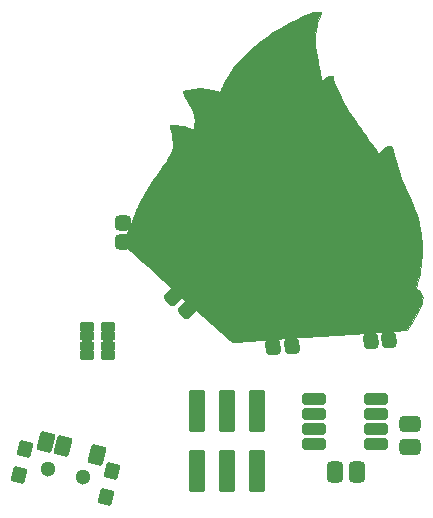
<source format=gbr>
G04 #@! TF.GenerationSoftware,KiCad,Pcbnew,(5.99.0-9526-g5c17ff0595)*
G04 #@! TF.CreationDate,2021-07-11T20:16:45-05:00*
G04 #@! TF.ProjectId,dumpsterFire,64756d70-7374-4657-9246-6972652e6b69,rev?*
G04 #@! TF.SameCoordinates,Original*
G04 #@! TF.FileFunction,Soldermask,Bot*
G04 #@! TF.FilePolarity,Negative*
%FSLAX46Y46*%
G04 Gerber Fmt 4.6, Leading zero omitted, Abs format (unit mm)*
G04 Created by KiCad (PCBNEW (5.99.0-9526-g5c17ff0595)) date 2021-07-11 20:16:45*
%MOMM*%
%LPD*%
G01*
G04 APERTURE LIST*
G04 Aperture macros list*
%AMRoundRect*
0 Rectangle with rounded corners*
0 $1 Rounding radius*
0 $2 $3 $4 $5 $6 $7 $8 $9 X,Y pos of 4 corners*
0 Add a 4 corners polygon primitive as box body*
4,1,4,$2,$3,$4,$5,$6,$7,$8,$9,$2,$3,0*
0 Add four circle primitives for the rounded corners*
1,1,$1+$1,$2,$3*
1,1,$1+$1,$4,$5*
1,1,$1+$1,$6,$7*
1,1,$1+$1,$8,$9*
0 Add four rect primitives between the rounded corners*
20,1,$1+$1,$2,$3,$4,$5,0*
20,1,$1+$1,$4,$5,$6,$7,0*
20,1,$1+$1,$6,$7,$8,$9,0*
20,1,$1+$1,$8,$9,$2,$3,0*%
G04 Aperture macros list end*
%ADD10C,0.010000*%
%ADD11RoundRect,0.318750X-0.356250X0.318750X-0.356250X-0.318750X0.356250X-0.318750X0.356250X0.318750X0*%
%ADD12RoundRect,0.318750X0.477297X0.026517X0.026517X0.477297X-0.477297X-0.026517X-0.026517X-0.477297X0*%
%ADD13RoundRect,0.318750X0.299668X0.372444X-0.336958X0.339080X-0.299668X-0.372444X0.336958X-0.339080X0*%
%ADD14RoundRect,0.318750X0.306123X0.367157X-0.330989X0.344909X-0.306123X-0.367157X0.330989X-0.344909X0*%
%ADD15RoundRect,0.200000X-0.500000X1.575000X-0.500000X-1.575000X0.500000X-1.575000X0.500000X1.575000X0*%
%ADD16RoundRect,0.200000X0.400000X0.250000X-0.400000X0.250000X-0.400000X-0.250000X0.400000X-0.250000X0*%
%ADD17RoundRect,0.200000X0.400000X0.200000X-0.400000X0.200000X-0.400000X-0.200000X0.400000X-0.200000X0*%
%ADD18RoundRect,0.200000X-0.496983X-0.339864X0.279253X-0.533402X0.496983X0.339864X-0.279253X0.533402X0*%
%ADD19RoundRect,0.200000X-0.587834X-0.497570X0.285432X-0.715300X0.587834X0.497570X-0.285432X0.715300X0*%
%ADD20C,1.300000*%
%ADD21RoundRect,0.343750X-0.343750X-0.556250X0.343750X-0.556250X0.343750X0.556250X-0.343750X0.556250X0*%
%ADD22RoundRect,0.343750X0.556250X-0.343750X0.556250X0.343750X-0.556250X0.343750X-0.556250X-0.343750X0*%
%ADD23RoundRect,0.250000X-0.775000X-0.250000X0.775000X-0.250000X0.775000X0.250000X-0.775000X0.250000X0*%
G04 APERTURE END LIST*
D10*
X154856301Y-78069626D02*
X154956061Y-78087141D01*
X154956061Y-78087141D02*
X154995151Y-78134003D01*
X154995151Y-78134003D02*
X154981611Y-78224670D01*
X154981611Y-78224670D02*
X154923479Y-78373600D01*
X154923479Y-78373600D02*
X154895119Y-78439767D01*
X154895119Y-78439767D02*
X154678004Y-79041483D01*
X154678004Y-79041483D02*
X154533116Y-79663142D01*
X154533116Y-79663142D02*
X154492883Y-79946616D01*
X154492883Y-79946616D02*
X154472696Y-80190095D01*
X154472696Y-80190095D02*
X154467359Y-80443729D01*
X154467359Y-80443729D02*
X154477989Y-80718532D01*
X154477989Y-80718532D02*
X154505705Y-81025514D01*
X154505705Y-81025514D02*
X154551624Y-81375688D01*
X154551624Y-81375688D02*
X154616865Y-81780067D01*
X154616865Y-81780067D02*
X154702546Y-82249661D01*
X154702546Y-82249661D02*
X154753330Y-82512000D01*
X154753330Y-82512000D02*
X154812324Y-82812477D01*
X154812324Y-82812477D02*
X154867380Y-83093489D01*
X154867380Y-83093489D02*
X154915923Y-83341852D01*
X154915923Y-83341852D02*
X154955379Y-83544380D01*
X154955379Y-83544380D02*
X154983175Y-83687890D01*
X154983175Y-83687890D02*
X154995499Y-83752481D01*
X154995499Y-83752481D02*
X155025500Y-83913462D01*
X155025500Y-83913462D02*
X155173667Y-83800797D01*
X155173667Y-83800797D02*
X155342577Y-83687275D01*
X155342577Y-83687275D02*
X155516837Y-83595160D01*
X155516837Y-83595160D02*
X155681854Y-83529013D01*
X155681854Y-83529013D02*
X155823040Y-83493391D01*
X155823040Y-83493391D02*
X155925801Y-83492853D01*
X155925801Y-83492853D02*
X155975549Y-83531957D01*
X155975549Y-83531957D02*
X155978000Y-83549491D01*
X155978000Y-83549491D02*
X155995263Y-83640263D01*
X155995263Y-83640263D02*
X156043404Y-83794028D01*
X156043404Y-83794028D02*
X156116956Y-83997310D01*
X156116956Y-83997310D02*
X156210450Y-84236634D01*
X156210450Y-84236634D02*
X156318416Y-84498526D01*
X156318416Y-84498526D02*
X156435385Y-84769511D01*
X156435385Y-84769511D02*
X156555889Y-85036113D01*
X156555889Y-85036113D02*
X156674459Y-85284857D01*
X156674459Y-85284857D02*
X156716660Y-85369500D01*
X156716660Y-85369500D02*
X156874563Y-85674224D01*
X156874563Y-85674224D02*
X157035392Y-85967733D01*
X157035392Y-85967733D02*
X157206089Y-86260949D01*
X157206089Y-86260949D02*
X157393596Y-86564795D01*
X157393596Y-86564795D02*
X157604855Y-86890191D01*
X157604855Y-86890191D02*
X157846808Y-87248060D01*
X157846808Y-87248060D02*
X158126397Y-87649322D01*
X158126397Y-87649322D02*
X158450566Y-88104900D01*
X158450566Y-88104900D02*
X158492620Y-88163500D01*
X158492620Y-88163500D02*
X158697902Y-88449572D01*
X158697902Y-88449572D02*
X158901525Y-88733793D01*
X158901525Y-88733793D02*
X159094259Y-89003245D01*
X159094259Y-89003245D02*
X159266876Y-89245010D01*
X159266876Y-89245010D02*
X159410143Y-89446172D01*
X159410143Y-89446172D02*
X159514831Y-89593812D01*
X159514831Y-89593812D02*
X159528661Y-89613417D01*
X159528661Y-89613417D02*
X159640403Y-89769195D01*
X159640403Y-89769195D02*
X159734824Y-89895591D01*
X159734824Y-89895591D02*
X159801284Y-89978701D01*
X159801284Y-89978701D02*
X159828357Y-90005000D01*
X159828357Y-90005000D02*
X159868978Y-89979041D01*
X159868978Y-89979041D02*
X159956534Y-89909879D01*
X159956534Y-89909879D02*
X160074700Y-89810591D01*
X160074700Y-89810591D02*
X160119963Y-89771409D01*
X160119963Y-89771409D02*
X160315973Y-89608702D01*
X160315973Y-89608702D02*
X160473454Y-89499792D01*
X160473454Y-89499792D02*
X160609898Y-89434994D01*
X160609898Y-89434994D02*
X160742801Y-89404626D01*
X160742801Y-89404626D02*
X160790117Y-89400433D01*
X160790117Y-89400433D02*
X160894664Y-89401617D01*
X160894664Y-89401617D02*
X160947257Y-89437509D01*
X160947257Y-89437509D02*
X160979813Y-89531229D01*
X160979813Y-89531229D02*
X160981861Y-89539334D01*
X160981861Y-89539334D02*
X161225242Y-90452466D01*
X161225242Y-90452466D02*
X161482907Y-91303103D01*
X161482907Y-91303103D02*
X161762625Y-92113168D01*
X161762625Y-92113168D02*
X162072169Y-92904580D01*
X162072169Y-92904580D02*
X162419310Y-93699262D01*
X162419310Y-93699262D02*
X162574110Y-94030697D01*
X162574110Y-94030697D02*
X162860511Y-94675523D01*
X162860511Y-94675523D02*
X163088767Y-95287530D01*
X163088767Y-95287530D02*
X163265612Y-95888295D01*
X163265612Y-95888295D02*
X163397783Y-96499394D01*
X163397783Y-96499394D02*
X163454140Y-96849569D01*
X163454140Y-96849569D02*
X163487302Y-97154666D01*
X163487302Y-97154666D02*
X163510255Y-97519270D01*
X163510255Y-97519270D02*
X163522792Y-97918818D01*
X163522792Y-97918818D02*
X163524703Y-98328742D01*
X163524703Y-98328742D02*
X163515780Y-98724477D01*
X163515780Y-98724477D02*
X163495814Y-99081457D01*
X163495814Y-99081457D02*
X163474911Y-99297167D01*
X163474911Y-99297167D02*
X163440218Y-99545070D01*
X163440218Y-99545070D02*
X163391563Y-99838402D01*
X163391563Y-99838402D02*
X163333282Y-100155354D01*
X163333282Y-100155354D02*
X163269712Y-100474119D01*
X163269712Y-100474119D02*
X163205191Y-100772887D01*
X163205191Y-100772887D02*
X163144055Y-101029853D01*
X163144055Y-101029853D02*
X163094141Y-101211862D01*
X163094141Y-101211862D02*
X163013633Y-101475557D01*
X163013633Y-101475557D02*
X163156038Y-101563569D01*
X163156038Y-101563569D02*
X163347991Y-101719799D01*
X163347991Y-101719799D02*
X163493434Y-101913715D01*
X163493434Y-101913715D02*
X163576680Y-102122478D01*
X163576680Y-102122478D02*
X163587999Y-102192477D01*
X163587999Y-102192477D02*
X163578725Y-102439028D01*
X163578725Y-102439028D02*
X163510590Y-102738151D01*
X163510590Y-102738151D02*
X163386065Y-103084044D01*
X163386065Y-103084044D02*
X163207617Y-103470909D01*
X163207617Y-103470909D02*
X162977715Y-103892945D01*
X162977715Y-103892945D02*
X162698830Y-104344352D01*
X162698830Y-104344352D02*
X162623085Y-104459107D01*
X162623085Y-104459107D02*
X162239380Y-105033334D01*
X162239380Y-105033334D02*
X162013523Y-105033334D01*
X162013523Y-105033334D02*
X161954747Y-105036217D01*
X161954747Y-105036217D02*
X161816898Y-105044620D01*
X161816898Y-105044620D02*
X161605361Y-105058171D01*
X161605361Y-105058171D02*
X161325526Y-105076501D01*
X161325526Y-105076501D02*
X160982778Y-105099238D01*
X160982778Y-105099238D02*
X160582505Y-105126012D01*
X160582505Y-105126012D02*
X160130096Y-105156452D01*
X160130096Y-105156452D02*
X159630936Y-105190188D01*
X159630936Y-105190188D02*
X159090414Y-105226847D01*
X159090414Y-105226847D02*
X158513916Y-105266061D01*
X158513916Y-105266061D02*
X157906831Y-105307458D01*
X157906831Y-105307458D02*
X157274545Y-105350668D01*
X157274545Y-105350668D02*
X156622446Y-105395319D01*
X156622446Y-105395319D02*
X155955921Y-105441042D01*
X155955921Y-105441042D02*
X155280359Y-105487465D01*
X155280359Y-105487465D02*
X154601145Y-105534217D01*
X154601145Y-105534217D02*
X153923667Y-105580929D01*
X153923667Y-105580929D02*
X153253313Y-105627229D01*
X153253313Y-105627229D02*
X152595471Y-105672747D01*
X152595471Y-105672747D02*
X151955527Y-105717111D01*
X151955527Y-105717111D02*
X151338869Y-105759952D01*
X151338869Y-105759952D02*
X150750884Y-105800898D01*
X150750884Y-105800898D02*
X150196959Y-105839579D01*
X150196959Y-105839579D02*
X149682483Y-105875624D01*
X149682483Y-105875624D02*
X149212842Y-105908663D01*
X149212842Y-105908663D02*
X148793424Y-105938324D01*
X148793424Y-105938324D02*
X148429616Y-105964237D01*
X148429616Y-105964237D02*
X148126805Y-105986032D01*
X148126805Y-105986032D02*
X147890379Y-106003337D01*
X147890379Y-106003337D02*
X147725726Y-106015782D01*
X147725726Y-106015782D02*
X147665275Y-106020624D01*
X147665275Y-106020624D02*
X147459382Y-106037829D01*
X147459382Y-106037829D02*
X142849858Y-101914626D01*
X142849858Y-101914626D02*
X142315544Y-101436332D01*
X142315544Y-101436332D02*
X141798773Y-100973052D01*
X141798773Y-100973052D02*
X141303046Y-100527957D01*
X141303046Y-100527957D02*
X140831864Y-100104219D01*
X140831864Y-100104219D02*
X140388729Y-99705011D01*
X140388729Y-99705011D02*
X139977143Y-99333503D01*
X139977143Y-99333503D02*
X139600606Y-98992868D01*
X139600606Y-98992868D02*
X139262621Y-98686278D01*
X139262621Y-98686278D02*
X138966688Y-98416904D01*
X138966688Y-98416904D02*
X138716310Y-98187919D01*
X138716310Y-98187919D02*
X138514988Y-98002494D01*
X138514988Y-98002494D02*
X138366223Y-97863801D01*
X138366223Y-97863801D02*
X138273517Y-97775012D01*
X138273517Y-97775012D02*
X138240372Y-97739299D01*
X138240372Y-97739299D02*
X138240334Y-97739051D01*
X138240334Y-97739051D02*
X138255974Y-97678131D01*
X138255974Y-97678131D02*
X138300326Y-97548662D01*
X138300326Y-97548662D02*
X138369532Y-97360250D01*
X138369532Y-97360250D02*
X138459734Y-97122499D01*
X138459734Y-97122499D02*
X138567076Y-96845013D01*
X138567076Y-96845013D02*
X138687700Y-96537396D01*
X138687700Y-96537396D02*
X138817751Y-96209252D01*
X138817751Y-96209252D02*
X138953371Y-95870187D01*
X138953371Y-95870187D02*
X139090703Y-95529804D01*
X139090703Y-95529804D02*
X139225889Y-95197707D01*
X139225889Y-95197707D02*
X139355074Y-94883502D01*
X139355074Y-94883502D02*
X139474400Y-94596792D01*
X139474400Y-94596792D02*
X139580010Y-94347182D01*
X139580010Y-94347182D02*
X139668048Y-94144275D01*
X139668048Y-94144275D02*
X139734655Y-93997678D01*
X139734655Y-93997678D02*
X139773670Y-93920834D01*
X139773670Y-93920834D02*
X139905775Y-93701579D01*
X139905775Y-93701579D02*
X140070447Y-93438297D01*
X140070447Y-93438297D02*
X140270429Y-93126795D01*
X140270429Y-93126795D02*
X140508463Y-92762880D01*
X140508463Y-92762880D02*
X140787292Y-92342357D01*
X140787292Y-92342357D02*
X141109658Y-91861035D01*
X141109658Y-91861035D02*
X141468374Y-91329389D01*
X141468374Y-91329389D02*
X141711027Y-90970041D01*
X141711027Y-90970041D02*
X141910161Y-90670996D01*
X141910161Y-90670996D02*
X142069865Y-90422541D01*
X142069865Y-90422541D02*
X142194224Y-90214964D01*
X142194224Y-90214964D02*
X142287325Y-90038551D01*
X142287325Y-90038551D02*
X142353256Y-89883589D01*
X142353256Y-89883589D02*
X142396103Y-89740367D01*
X142396103Y-89740367D02*
X142419953Y-89599171D01*
X142419953Y-89599171D02*
X142428894Y-89450288D01*
X142428894Y-89450288D02*
X142427011Y-89284006D01*
X142427011Y-89284006D02*
X142418393Y-89090612D01*
X142418393Y-89090612D02*
X142417534Y-89073667D01*
X142417534Y-89073667D02*
X142389924Y-88753061D01*
X142389924Y-88753061D02*
X142341798Y-88411494D01*
X142341798Y-88411494D02*
X142285075Y-88121939D01*
X142285075Y-88121939D02*
X142242162Y-87935827D01*
X142242162Y-87935827D02*
X142207359Y-87783092D01*
X142207359Y-87783092D02*
X142184508Y-87680709D01*
X142184508Y-87680709D02*
X142177334Y-87645689D01*
X142177334Y-87645689D02*
X142215766Y-87639641D01*
X142215766Y-87639641D02*
X142315467Y-87635522D01*
X142315467Y-87635522D02*
X142425788Y-87634334D01*
X142425788Y-87634334D02*
X142703594Y-87651208D01*
X142703594Y-87651208D02*
X143029196Y-87698220D01*
X143029196Y-87698220D02*
X143373553Y-87769955D01*
X143373553Y-87769955D02*
X143707620Y-87860997D01*
X143707620Y-87860997D02*
X143798807Y-87890363D01*
X143798807Y-87890363D02*
X143962808Y-87944806D01*
X143962808Y-87944806D02*
X144093509Y-87987246D01*
X144093509Y-87987246D02*
X144172351Y-88011705D01*
X144172351Y-88011705D02*
X144186751Y-88015334D01*
X144186751Y-88015334D02*
X144200461Y-87976979D01*
X144200461Y-87976979D02*
X144222839Y-87875763D01*
X144222839Y-87875763D02*
X144249362Y-87732455D01*
X144249362Y-87732455D02*
X144252924Y-87711546D01*
X144252924Y-87711546D02*
X144284059Y-87313291D01*
X144284059Y-87313291D02*
X144241630Y-86911235D01*
X144241630Y-86911235D02*
X144123881Y-86496905D01*
X144123881Y-86496905D02*
X143929052Y-86061832D01*
X143929052Y-86061832D02*
X143898616Y-86004500D01*
X143898616Y-86004500D02*
X143729174Y-85690232D01*
X143729174Y-85690232D02*
X143595720Y-85441702D01*
X143595720Y-85441702D02*
X143493774Y-85250277D01*
X143493774Y-85250277D02*
X143418855Y-85107327D01*
X143418855Y-85107327D02*
X143366482Y-85004218D01*
X143366482Y-85004218D02*
X143332177Y-84932320D01*
X143332177Y-84932320D02*
X143311458Y-84883001D01*
X143311458Y-84883001D02*
X143301898Y-84854823D01*
X143301898Y-84854823D02*
X143295198Y-84810541D01*
X143295198Y-84810541D02*
X143315601Y-84777006D01*
X143315601Y-84777006D02*
X143377453Y-84746896D01*
X143377453Y-84746896D02*
X143495102Y-84712892D01*
X143495102Y-84712892D02*
X143656676Y-84673819D01*
X143656676Y-84673819D02*
X144197720Y-84579496D01*
X144197720Y-84579496D02*
X144736748Y-84553766D01*
X144736748Y-84553766D02*
X145289195Y-84597081D01*
X145289195Y-84597081D02*
X145870494Y-84709896D01*
X145870494Y-84709896D02*
X145998726Y-84742739D01*
X145998726Y-84742739D02*
X146172949Y-84787254D01*
X146172949Y-84787254D02*
X146313552Y-84819660D01*
X146313552Y-84819660D02*
X146402683Y-84836048D01*
X146402683Y-84836048D02*
X146424819Y-84835997D01*
X146424819Y-84835997D02*
X146446424Y-84791984D01*
X146446424Y-84791984D02*
X146492834Y-84689770D01*
X146492834Y-84689770D02*
X146555237Y-84548859D01*
X146555237Y-84548859D02*
X146575885Y-84501667D01*
X146575885Y-84501667D02*
X146843386Y-83958104D01*
X146843386Y-83958104D02*
X147175302Y-83398554D01*
X147175302Y-83398554D02*
X147558719Y-82841505D01*
X147558719Y-82841505D02*
X147980722Y-82305447D01*
X147980722Y-82305447D02*
X148428398Y-81808867D01*
X148428398Y-81808867D02*
X148526000Y-81709797D01*
X148526000Y-81709797D02*
X148951432Y-81304467D01*
X148951432Y-81304467D02*
X149397763Y-80919028D01*
X149397763Y-80919028D02*
X149874727Y-80546670D01*
X149874727Y-80546670D02*
X150392059Y-80180578D01*
X150392059Y-80180578D02*
X150959494Y-79813941D01*
X150959494Y-79813941D02*
X151586767Y-79439947D01*
X151586767Y-79439947D02*
X152283612Y-79051783D01*
X152283612Y-79051783D02*
X152458794Y-78957625D01*
X152458794Y-78957625D02*
X152907917Y-78721333D01*
X152907917Y-78721333D02*
X153293255Y-78527026D01*
X153293255Y-78527026D02*
X153622665Y-78371567D01*
X153622665Y-78371567D02*
X153904003Y-78251817D01*
X153904003Y-78251817D02*
X154145123Y-78164636D01*
X154145123Y-78164636D02*
X154353882Y-78106886D01*
X154353882Y-78106886D02*
X154538135Y-78075428D01*
X154538135Y-78075428D02*
X154687830Y-78067000D01*
X154687830Y-78067000D02*
X154856301Y-78069626D01*
X154856301Y-78069626D02*
X154856301Y-78069626D01*
G36*
X154856301Y-78069626D02*
G01*
X154956061Y-78087141D01*
X154995151Y-78134003D01*
X154981611Y-78224670D01*
X154923479Y-78373600D01*
X154895119Y-78439767D01*
X154678004Y-79041483D01*
X154533116Y-79663142D01*
X154492883Y-79946616D01*
X154472696Y-80190095D01*
X154467359Y-80443729D01*
X154477989Y-80718532D01*
X154505705Y-81025514D01*
X154551624Y-81375688D01*
X154616865Y-81780067D01*
X154702546Y-82249661D01*
X154753330Y-82512000D01*
X154812324Y-82812477D01*
X154867380Y-83093489D01*
X154915923Y-83341852D01*
X154955379Y-83544380D01*
X154983175Y-83687890D01*
X154995499Y-83752481D01*
X155025500Y-83913462D01*
X155173667Y-83800797D01*
X155342577Y-83687275D01*
X155516837Y-83595160D01*
X155681854Y-83529013D01*
X155823040Y-83493391D01*
X155925801Y-83492853D01*
X155975549Y-83531957D01*
X155978000Y-83549491D01*
X155995263Y-83640263D01*
X156043404Y-83794028D01*
X156116956Y-83997310D01*
X156210450Y-84236634D01*
X156318416Y-84498526D01*
X156435385Y-84769511D01*
X156555889Y-85036113D01*
X156674459Y-85284857D01*
X156716660Y-85369500D01*
X156874563Y-85674224D01*
X157035392Y-85967733D01*
X157206089Y-86260949D01*
X157393596Y-86564795D01*
X157604855Y-86890191D01*
X157846808Y-87248060D01*
X158126397Y-87649322D01*
X158450566Y-88104900D01*
X158492620Y-88163500D01*
X158697902Y-88449572D01*
X158901525Y-88733793D01*
X159094259Y-89003245D01*
X159266876Y-89245010D01*
X159410143Y-89446172D01*
X159514831Y-89593812D01*
X159528661Y-89613417D01*
X159640403Y-89769195D01*
X159734824Y-89895591D01*
X159801284Y-89978701D01*
X159828357Y-90005000D01*
X159868978Y-89979041D01*
X159956534Y-89909879D01*
X160074700Y-89810591D01*
X160119963Y-89771409D01*
X160315973Y-89608702D01*
X160473454Y-89499792D01*
X160609898Y-89434994D01*
X160742801Y-89404626D01*
X160790117Y-89400433D01*
X160894664Y-89401617D01*
X160947257Y-89437509D01*
X160979813Y-89531229D01*
X160981861Y-89539334D01*
X161225242Y-90452466D01*
X161482907Y-91303103D01*
X161762625Y-92113168D01*
X162072169Y-92904580D01*
X162419310Y-93699262D01*
X162574110Y-94030697D01*
X162860511Y-94675523D01*
X163088767Y-95287530D01*
X163265612Y-95888295D01*
X163397783Y-96499394D01*
X163454140Y-96849569D01*
X163487302Y-97154666D01*
X163510255Y-97519270D01*
X163522792Y-97918818D01*
X163524703Y-98328742D01*
X163515780Y-98724477D01*
X163495814Y-99081457D01*
X163474911Y-99297167D01*
X163440218Y-99545070D01*
X163391563Y-99838402D01*
X163333282Y-100155354D01*
X163269712Y-100474119D01*
X163205191Y-100772887D01*
X163144055Y-101029853D01*
X163094141Y-101211862D01*
X163013633Y-101475557D01*
X163156038Y-101563569D01*
X163347991Y-101719799D01*
X163493434Y-101913715D01*
X163576680Y-102122478D01*
X163587999Y-102192477D01*
X163578725Y-102439028D01*
X163510590Y-102738151D01*
X163386065Y-103084044D01*
X163207617Y-103470909D01*
X162977715Y-103892945D01*
X162698830Y-104344352D01*
X162623085Y-104459107D01*
X162239380Y-105033334D01*
X162013523Y-105033334D01*
X161954747Y-105036217D01*
X161816898Y-105044620D01*
X161605361Y-105058171D01*
X161325526Y-105076501D01*
X160982778Y-105099238D01*
X160582505Y-105126012D01*
X160130096Y-105156452D01*
X159630936Y-105190188D01*
X159090414Y-105226847D01*
X158513916Y-105266061D01*
X157906831Y-105307458D01*
X157274545Y-105350668D01*
X156622446Y-105395319D01*
X155955921Y-105441042D01*
X155280359Y-105487465D01*
X154601145Y-105534217D01*
X153923667Y-105580929D01*
X153253313Y-105627229D01*
X152595471Y-105672747D01*
X151955527Y-105717111D01*
X151338869Y-105759952D01*
X150750884Y-105800898D01*
X150196959Y-105839579D01*
X149682483Y-105875624D01*
X149212842Y-105908663D01*
X148793424Y-105938324D01*
X148429616Y-105964237D01*
X148126805Y-105986032D01*
X147890379Y-106003337D01*
X147725726Y-106015782D01*
X147665275Y-106020624D01*
X147459382Y-106037829D01*
X142849858Y-101914626D01*
X142315544Y-101436332D01*
X141798773Y-100973052D01*
X141303046Y-100527957D01*
X140831864Y-100104219D01*
X140388729Y-99705011D01*
X139977143Y-99333503D01*
X139600606Y-98992868D01*
X139262621Y-98686278D01*
X138966688Y-98416904D01*
X138716310Y-98187919D01*
X138514988Y-98002494D01*
X138366223Y-97863801D01*
X138273517Y-97775012D01*
X138240372Y-97739299D01*
X138240334Y-97739051D01*
X138255974Y-97678131D01*
X138300326Y-97548662D01*
X138369532Y-97360250D01*
X138459734Y-97122499D01*
X138567076Y-96845013D01*
X138687700Y-96537396D01*
X138817751Y-96209252D01*
X138953371Y-95870187D01*
X139090703Y-95529804D01*
X139225889Y-95197707D01*
X139355074Y-94883502D01*
X139474400Y-94596792D01*
X139580010Y-94347182D01*
X139668048Y-94144275D01*
X139734655Y-93997678D01*
X139773670Y-93920834D01*
X139905775Y-93701579D01*
X140070447Y-93438297D01*
X140270429Y-93126795D01*
X140508463Y-92762880D01*
X140787292Y-92342357D01*
X141109658Y-91861035D01*
X141468374Y-91329389D01*
X141711027Y-90970041D01*
X141910161Y-90670996D01*
X142069865Y-90422541D01*
X142194224Y-90214964D01*
X142287325Y-90038551D01*
X142353256Y-89883589D01*
X142396103Y-89740367D01*
X142419953Y-89599171D01*
X142428894Y-89450288D01*
X142427011Y-89284006D01*
X142418393Y-89090612D01*
X142417534Y-89073667D01*
X142389924Y-88753061D01*
X142341798Y-88411494D01*
X142285075Y-88121939D01*
X142242162Y-87935827D01*
X142207359Y-87783092D01*
X142184508Y-87680709D01*
X142177334Y-87645689D01*
X142215766Y-87639641D01*
X142315467Y-87635522D01*
X142425788Y-87634334D01*
X142703594Y-87651208D01*
X143029196Y-87698220D01*
X143373553Y-87769955D01*
X143707620Y-87860997D01*
X143798807Y-87890363D01*
X143962808Y-87944806D01*
X144093509Y-87987246D01*
X144172351Y-88011705D01*
X144186751Y-88015334D01*
X144200461Y-87976979D01*
X144222839Y-87875763D01*
X144249362Y-87732455D01*
X144252924Y-87711546D01*
X144284059Y-87313291D01*
X144241630Y-86911235D01*
X144123881Y-86496905D01*
X143929052Y-86061832D01*
X143898616Y-86004500D01*
X143729174Y-85690232D01*
X143595720Y-85441702D01*
X143493774Y-85250277D01*
X143418855Y-85107327D01*
X143366482Y-85004218D01*
X143332177Y-84932320D01*
X143311458Y-84883001D01*
X143301898Y-84854823D01*
X143295198Y-84810541D01*
X143315601Y-84777006D01*
X143377453Y-84746896D01*
X143495102Y-84712892D01*
X143656676Y-84673819D01*
X144197720Y-84579496D01*
X144736748Y-84553766D01*
X145289195Y-84597081D01*
X145870494Y-84709896D01*
X145998726Y-84742739D01*
X146172949Y-84787254D01*
X146313552Y-84819660D01*
X146402683Y-84836048D01*
X146424819Y-84835997D01*
X146446424Y-84791984D01*
X146492834Y-84689770D01*
X146555237Y-84548859D01*
X146575885Y-84501667D01*
X146843386Y-83958104D01*
X147175302Y-83398554D01*
X147558719Y-82841505D01*
X147980722Y-82305447D01*
X148428398Y-81808867D01*
X148526000Y-81709797D01*
X148951432Y-81304467D01*
X149397763Y-80919028D01*
X149874727Y-80546670D01*
X150392059Y-80180578D01*
X150959494Y-79813941D01*
X151586767Y-79439947D01*
X152283612Y-79051783D01*
X152458794Y-78957625D01*
X152907917Y-78721333D01*
X153293255Y-78527026D01*
X153622665Y-78371567D01*
X153904003Y-78251817D01*
X154145123Y-78164636D01*
X154353882Y-78106886D01*
X154538135Y-78075428D01*
X154687830Y-78067000D01*
X154856301Y-78069626D01*
G37*
X154856301Y-78069626D02*
X154956061Y-78087141D01*
X154995151Y-78134003D01*
X154981611Y-78224670D01*
X154923479Y-78373600D01*
X154895119Y-78439767D01*
X154678004Y-79041483D01*
X154533116Y-79663142D01*
X154492883Y-79946616D01*
X154472696Y-80190095D01*
X154467359Y-80443729D01*
X154477989Y-80718532D01*
X154505705Y-81025514D01*
X154551624Y-81375688D01*
X154616865Y-81780067D01*
X154702546Y-82249661D01*
X154753330Y-82512000D01*
X154812324Y-82812477D01*
X154867380Y-83093489D01*
X154915923Y-83341852D01*
X154955379Y-83544380D01*
X154983175Y-83687890D01*
X154995499Y-83752481D01*
X155025500Y-83913462D01*
X155173667Y-83800797D01*
X155342577Y-83687275D01*
X155516837Y-83595160D01*
X155681854Y-83529013D01*
X155823040Y-83493391D01*
X155925801Y-83492853D01*
X155975549Y-83531957D01*
X155978000Y-83549491D01*
X155995263Y-83640263D01*
X156043404Y-83794028D01*
X156116956Y-83997310D01*
X156210450Y-84236634D01*
X156318416Y-84498526D01*
X156435385Y-84769511D01*
X156555889Y-85036113D01*
X156674459Y-85284857D01*
X156716660Y-85369500D01*
X156874563Y-85674224D01*
X157035392Y-85967733D01*
X157206089Y-86260949D01*
X157393596Y-86564795D01*
X157604855Y-86890191D01*
X157846808Y-87248060D01*
X158126397Y-87649322D01*
X158450566Y-88104900D01*
X158492620Y-88163500D01*
X158697902Y-88449572D01*
X158901525Y-88733793D01*
X159094259Y-89003245D01*
X159266876Y-89245010D01*
X159410143Y-89446172D01*
X159514831Y-89593812D01*
X159528661Y-89613417D01*
X159640403Y-89769195D01*
X159734824Y-89895591D01*
X159801284Y-89978701D01*
X159828357Y-90005000D01*
X159868978Y-89979041D01*
X159956534Y-89909879D01*
X160074700Y-89810591D01*
X160119963Y-89771409D01*
X160315973Y-89608702D01*
X160473454Y-89499792D01*
X160609898Y-89434994D01*
X160742801Y-89404626D01*
X160790117Y-89400433D01*
X160894664Y-89401617D01*
X160947257Y-89437509D01*
X160979813Y-89531229D01*
X160981861Y-89539334D01*
X161225242Y-90452466D01*
X161482907Y-91303103D01*
X161762625Y-92113168D01*
X162072169Y-92904580D01*
X162419310Y-93699262D01*
X162574110Y-94030697D01*
X162860511Y-94675523D01*
X163088767Y-95287530D01*
X163265612Y-95888295D01*
X163397783Y-96499394D01*
X163454140Y-96849569D01*
X163487302Y-97154666D01*
X163510255Y-97519270D01*
X163522792Y-97918818D01*
X163524703Y-98328742D01*
X163515780Y-98724477D01*
X163495814Y-99081457D01*
X163474911Y-99297167D01*
X163440218Y-99545070D01*
X163391563Y-99838402D01*
X163333282Y-100155354D01*
X163269712Y-100474119D01*
X163205191Y-100772887D01*
X163144055Y-101029853D01*
X163094141Y-101211862D01*
X163013633Y-101475557D01*
X163156038Y-101563569D01*
X163347991Y-101719799D01*
X163493434Y-101913715D01*
X163576680Y-102122478D01*
X163587999Y-102192477D01*
X163578725Y-102439028D01*
X163510590Y-102738151D01*
X163386065Y-103084044D01*
X163207617Y-103470909D01*
X162977715Y-103892945D01*
X162698830Y-104344352D01*
X162623085Y-104459107D01*
X162239380Y-105033334D01*
X162013523Y-105033334D01*
X161954747Y-105036217D01*
X161816898Y-105044620D01*
X161605361Y-105058171D01*
X161325526Y-105076501D01*
X160982778Y-105099238D01*
X160582505Y-105126012D01*
X160130096Y-105156452D01*
X159630936Y-105190188D01*
X159090414Y-105226847D01*
X158513916Y-105266061D01*
X157906831Y-105307458D01*
X157274545Y-105350668D01*
X156622446Y-105395319D01*
X155955921Y-105441042D01*
X155280359Y-105487465D01*
X154601145Y-105534217D01*
X153923667Y-105580929D01*
X153253313Y-105627229D01*
X152595471Y-105672747D01*
X151955527Y-105717111D01*
X151338869Y-105759952D01*
X150750884Y-105800898D01*
X150196959Y-105839579D01*
X149682483Y-105875624D01*
X149212842Y-105908663D01*
X148793424Y-105938324D01*
X148429616Y-105964237D01*
X148126805Y-105986032D01*
X147890379Y-106003337D01*
X147725726Y-106015782D01*
X147665275Y-106020624D01*
X147459382Y-106037829D01*
X142849858Y-101914626D01*
X142315544Y-101436332D01*
X141798773Y-100973052D01*
X141303046Y-100527957D01*
X140831864Y-100104219D01*
X140388729Y-99705011D01*
X139977143Y-99333503D01*
X139600606Y-98992868D01*
X139262621Y-98686278D01*
X138966688Y-98416904D01*
X138716310Y-98187919D01*
X138514988Y-98002494D01*
X138366223Y-97863801D01*
X138273517Y-97775012D01*
X138240372Y-97739299D01*
X138240334Y-97739051D01*
X138255974Y-97678131D01*
X138300326Y-97548662D01*
X138369532Y-97360250D01*
X138459734Y-97122499D01*
X138567076Y-96845013D01*
X138687700Y-96537396D01*
X138817751Y-96209252D01*
X138953371Y-95870187D01*
X139090703Y-95529804D01*
X139225889Y-95197707D01*
X139355074Y-94883502D01*
X139474400Y-94596792D01*
X139580010Y-94347182D01*
X139668048Y-94144275D01*
X139734655Y-93997678D01*
X139773670Y-93920834D01*
X139905775Y-93701579D01*
X140070447Y-93438297D01*
X140270429Y-93126795D01*
X140508463Y-92762880D01*
X140787292Y-92342357D01*
X141109658Y-91861035D01*
X141468374Y-91329389D01*
X141711027Y-90970041D01*
X141910161Y-90670996D01*
X142069865Y-90422541D01*
X142194224Y-90214964D01*
X142287325Y-90038551D01*
X142353256Y-89883589D01*
X142396103Y-89740367D01*
X142419953Y-89599171D01*
X142428894Y-89450288D01*
X142427011Y-89284006D01*
X142418393Y-89090612D01*
X142417534Y-89073667D01*
X142389924Y-88753061D01*
X142341798Y-88411494D01*
X142285075Y-88121939D01*
X142242162Y-87935827D01*
X142207359Y-87783092D01*
X142184508Y-87680709D01*
X142177334Y-87645689D01*
X142215766Y-87639641D01*
X142315467Y-87635522D01*
X142425788Y-87634334D01*
X142703594Y-87651208D01*
X143029196Y-87698220D01*
X143373553Y-87769955D01*
X143707620Y-87860997D01*
X143798807Y-87890363D01*
X143962808Y-87944806D01*
X144093509Y-87987246D01*
X144172351Y-88011705D01*
X144186751Y-88015334D01*
X144200461Y-87976979D01*
X144222839Y-87875763D01*
X144249362Y-87732455D01*
X144252924Y-87711546D01*
X144284059Y-87313291D01*
X144241630Y-86911235D01*
X144123881Y-86496905D01*
X143929052Y-86061832D01*
X143898616Y-86004500D01*
X143729174Y-85690232D01*
X143595720Y-85441702D01*
X143493774Y-85250277D01*
X143418855Y-85107327D01*
X143366482Y-85004218D01*
X143332177Y-84932320D01*
X143311458Y-84883001D01*
X143301898Y-84854823D01*
X143295198Y-84810541D01*
X143315601Y-84777006D01*
X143377453Y-84746896D01*
X143495102Y-84712892D01*
X143656676Y-84673819D01*
X144197720Y-84579496D01*
X144736748Y-84553766D01*
X145289195Y-84597081D01*
X145870494Y-84709896D01*
X145998726Y-84742739D01*
X146172949Y-84787254D01*
X146313552Y-84819660D01*
X146402683Y-84836048D01*
X146424819Y-84835997D01*
X146446424Y-84791984D01*
X146492834Y-84689770D01*
X146555237Y-84548859D01*
X146575885Y-84501667D01*
X146843386Y-83958104D01*
X147175302Y-83398554D01*
X147558719Y-82841505D01*
X147980722Y-82305447D01*
X148428398Y-81808867D01*
X148526000Y-81709797D01*
X148951432Y-81304467D01*
X149397763Y-80919028D01*
X149874727Y-80546670D01*
X150392059Y-80180578D01*
X150959494Y-79813941D01*
X151586767Y-79439947D01*
X152283612Y-79051783D01*
X152458794Y-78957625D01*
X152907917Y-78721333D01*
X153293255Y-78527026D01*
X153622665Y-78371567D01*
X153904003Y-78251817D01*
X154145123Y-78164636D01*
X154353882Y-78106886D01*
X154538135Y-78075428D01*
X154687830Y-78067000D01*
X154856301Y-78069626D01*
D11*
X138200000Y-95970000D03*
X138200000Y-97545000D03*
D12*
X142496306Y-102216306D03*
X143610000Y-103330000D03*
D13*
X152498921Y-106358785D03*
X150926079Y-106441215D03*
D14*
X159212980Y-105917483D03*
X160787020Y-105862517D03*
D15*
X144510000Y-111870000D03*
X144510000Y-116920000D03*
X147050000Y-111870000D03*
X147050000Y-116920000D03*
X149590000Y-111870000D03*
X149590000Y-116920000D03*
D16*
X136950000Y-104740000D03*
D17*
X136950000Y-106340000D03*
X136950000Y-105540000D03*
D16*
X136950000Y-107140000D03*
D17*
X135150000Y-105540000D03*
D16*
X135150000Y-104740000D03*
D17*
X135150000Y-106340000D03*
D16*
X135150000Y-107140000D03*
D18*
X129381790Y-117302210D03*
X136756038Y-119140816D03*
X137322161Y-116911555D03*
X129938210Y-115070530D03*
D19*
X131678043Y-114499470D03*
X133133486Y-114862353D03*
X136044373Y-115588119D03*
D20*
X134802568Y-117468556D03*
X131891680Y-116742790D03*
D21*
X156200000Y-117000000D03*
X158075000Y-117000000D03*
D22*
X162550000Y-114875000D03*
X162550000Y-113000000D03*
D23*
X154425000Y-114655000D03*
X154425000Y-113385000D03*
X154425000Y-112115000D03*
X154425000Y-110845000D03*
X159675000Y-110845000D03*
X159675000Y-112115000D03*
X159675000Y-113385000D03*
X159675000Y-114655000D03*
M02*

</source>
